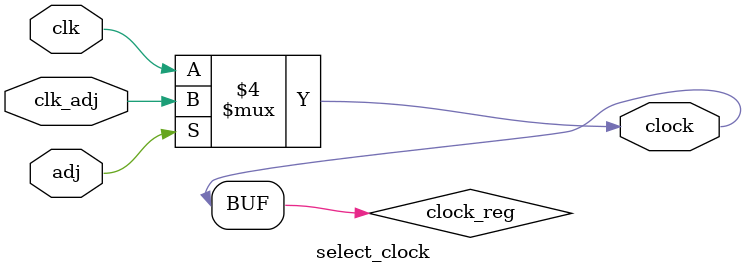
<source format=v>
`timescale 1ns / 1ps

module select_clock(
	input clk, 
	input clk_adj,
	input adj,
	output clock
    );

reg clock_reg;

always @* begin
	if (adj == 0) begin
		clock_reg = clk;
	end
	else begin //if (adjust) begin
		clock_reg = clk_adj;
	end
end

assign clock = clock_reg;

endmodule
</source>
